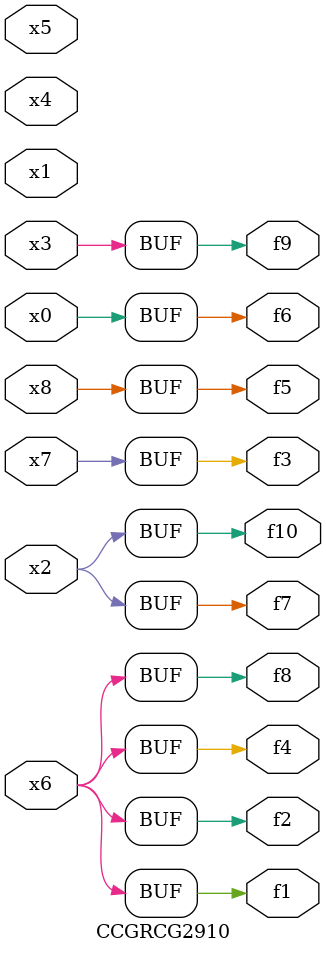
<source format=v>
module CCGRCG2910(
	input x0, x1, x2, x3, x4, x5, x6, x7, x8,
	output f1, f2, f3, f4, f5, f6, f7, f8, f9, f10
);
	assign f1 = x6;
	assign f2 = x6;
	assign f3 = x7;
	assign f4 = x6;
	assign f5 = x8;
	assign f6 = x0;
	assign f7 = x2;
	assign f8 = x6;
	assign f9 = x3;
	assign f10 = x2;
endmodule

</source>
